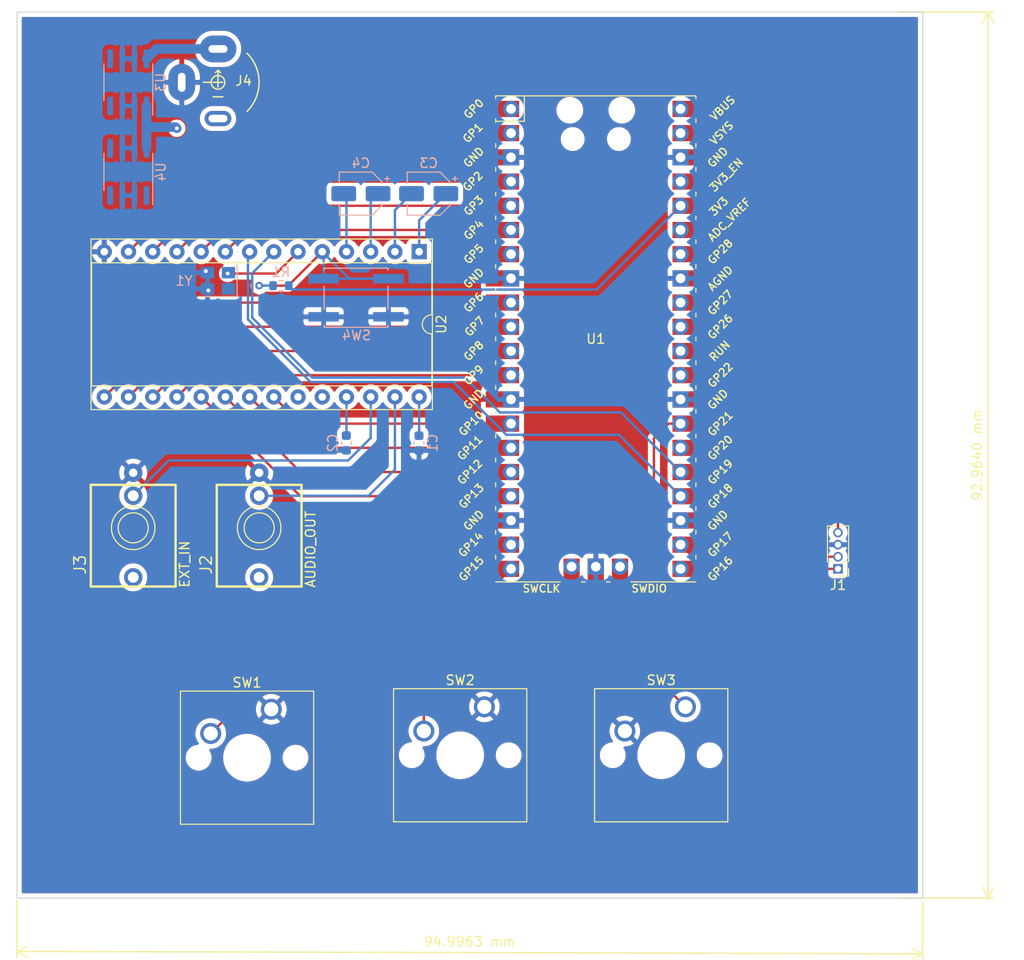
<source format=kicad_pcb>
(kicad_pcb (version 20211014) (generator pcbnew)
  (layers (0 "F.Cu" signal) (1 "In1.Cu" signal) (2 "In2.Cu" signal) (31 "B.Cu" signal) (34 "B.Paste" user) (35 "F.Paste" user) (36 "B.SilkS" user "B.Silkscreen") (37 "F.SilkS" user "F.Silkscreen") (38 "B.Mask" user) (39 "F.Mask" user) (44 "Edge.Cuts" user))
  (net 0 "")
  (net 1 "GND")
  (net 2 "VDD")
  (net 3 "VCC")
  (net 4 "Net-(C3-Pad1)")
  (net 5 "Net-(C3-Pad2)")
  (net 6 "Net-(C4-Pad1)")
  (net 7 "Net-(C4-Pad2)")
  (net 8 "+3V3")
  (net 10 "Net-(U2-Pad27)")
  (net 12 "Net-(U2-Pad26)")
  (net 13 "+12V")
  (net 15 "Net-(SW1-Pad2)")
  (net 16 "Net-(SW2-Pad2)")
  (net 17 "Net-(SW3-Pad1)")
  (net 19 "Net-(U1-Pad24)")
  (net 20 "Net-(U1-Pad25)")
  (net 32 "SID_CLK")
  (net 39 "/A0")
  (net 40 "/A1")
  (net 41 "/A2")
  (net 42 "/A3")
  (net 43 "/A4")
  (net 44 "/D0")
  (net 45 "/D1")
  (net 46 "/D2")
  (net 47 "/D3")
  (net 48 "/D4")
  (net 49 "/D5")
  (net 50 "/D6")
  (net 51 "/D7")
  (net 52 "RST")
  (net 53 "Net-(U1-Pad21)")
  (net 54 "Net-(U1-Pad22)")
  (footprint "Button_Switch_Keyboard:SW_Cherry_MX_1.00u_PCB" (layer "F.Cu") (at 40.894 86.868)
    (fp_text reference "SW1" (at -2.54 -2.794) (layer "F.SilkS"))
    (fp_text value "BTN_0")
    (fp_line (start 4.445 -1.905) (end 4.445 12.065) (layer "F.SilkS") (width 0.12))
    (fp_line (start -9.525 -1.905) (end 4.445 -1.905) (layer "F.SilkS") (width 0.12))
    (fp_line (start 4.445 12.065) (end -9.525 12.065) (layer "F.SilkS") (width 0.12))
    (fp_line (start -9.525 12.065) (end -9.525 -1.905) (layer "F.SilkS") (width 0.12))
    (pad "" np_thru_hole circle (at 2.54 5.08) (size 1.7 1.7) (drill 1.7) (layers *.Cu *.Mask))
    (pad "" np_thru_hole circle (at -2.54 5.08) (size 4 4) (drill 4) (layers *.Cu *.Mask))
    (pad "" np_thru_hole circle (at -7.62 5.08) (size 1.7 1.7) (drill 1.7) (layers *.Cu *.Mask))
    (pad "1" thru_hole circle (at 0 0) (size 2.2 2.2) (drill 1.5) (layers *.Cu *.Mask) (net 1 "GND"))
    (pad "2" thru_hole circle (at -6.35 2.54) (size 2.2 2.2) (drill 1.5) (layers *.Cu *.Mask) (net 15 "Net-(SW1-Pad2)"))
  )
  (footprint "Button_Switch_Keyboard:SW_Cherry_MX_1.00u_PCB" (layer "F.Cu") (at 84.328 86.614)
    (fp_text reference "SW3" (at -2.54 -2.794) (layer "F.SilkS"))
    (fp_text value "BTN_ENTER")
    (fp_line (start 4.445 12.065) (end -9.525 12.065) (layer "F.SilkS") (width 0.12))
    (fp_line (start -9.525 12.065) (end -9.525 -1.905) (layer "F.SilkS") (width 0.12))
    (fp_line (start -9.525 -1.905) (end 4.445 -1.905) (layer "F.SilkS") (width 0.12))
    (fp_line (start 4.445 -1.905) (end 4.445 12.065) (layer "F.SilkS") (width 0.12))
    (pad "" np_thru_hole circle (at 2.54 5.08) (size 1.7 1.7) (drill 1.7) (layers *.Cu *.Mask))
    (pad "" np_thru_hole circle (at -2.54 5.08) (size 4 4) (drill 4) (layers *.Cu *.Mask))
    (pad "" np_thru_hole circle (at -7.62 5.08) (size 1.7 1.7) (drill 1.7) (layers *.Cu *.Mask))
    (pad "1" thru_hole circle (at 0 0) (size 2.2 2.2) (drill 1.5) (layers *.Cu *.Mask) (net 17 "Net-(SW3-Pad1)"))
    (pad "2" thru_hole circle (at -6.35 2.54) (size 2.2 2.2) (drill 1.5) (layers *.Cu *.Mask) (net 1 "GND"))
  )
  (footprint "4ms_Jack:EighthInch_PJ398SM" (layer "F.Cu") (at 39.624 67.818 90)
    (fp_text reference "J2" (at -5.0172 -4.866 90) (layer "F.SilkS") (effects (font (size 1.2065 1.2065) (thickness 0.1524)) (justify left bottom)))
    (fp_text value "AUDIO_OUT" (at -6.375 5.975 90) (layer "F.SilkS") (effects (justify left bottom)))
    (fp_line (start 4.4958 4.445) (end 4.4958 -4.445) (layer "F.SilkS") (width 0.254))
    (fp_line (start -6.1722 4.445) (end 4.4958 4.445) (layer "F.SilkS") (width 0.254))
    (fp_line (start 4.4958 -4.445) (end -6.1722 -4.445) (layer "F.SilkS") (width 0.254))
    (fp_line (start -6.1722 -4.445) (end -6.1722 4.445) (layer "F.SilkS") (width 0.254))
    (fp_circle (center -0.0127 0) (end 2.2733 0) (layer "F.SilkS") (width 0.127) (fill none))
    (fp_circle (center -0.0127 0) (end 1.5621 0) (layer "F.SilkS") (width 0.127) (fill none))
    (pad "1" thru_hole circle locked (at -5.207 0 90) (size 1.9304 1.9304) (drill 1.143) (layers *.Cu *.Mask))
    (pad "2" thru_hole circle locked (at 5.7658 0 90) (size 1.9304 1.9304) (drill 0.889) (layers *.Cu *.Mask) (net 1 "GND"))
    (pad "3" thru_hole circle locked (at 3.3528 0 90) (size 1.9304 1.9304) (drill 1.143) (layers *.Cu *.Mask) (net 10 "Net-(U2-Pad27)"))
  )
  (footprint "4ms_Jack:EighthInch_PJ398SM" (layer "F.Cu") (at 26.416 67.818 90)
    (fp_text reference "J3" (at -5.0172 -4.866 90) (layer "F.SilkS") (effects (font (size 1.2065 1.2065) (thickness 0.1524)) (justify left bottom)))
    (fp_text value "EXT_IN" (at -6.375 5.975 90) (layer "F.SilkS") (effects (justify left bottom)))
    (fp_line (start -6.1722 -4.445) (end -6.1722 4.445) (layer "F.SilkS") (width 0.254))
    (fp_line (start 4.4958 -4.445) (end -6.1722 -4.445) (layer "F.SilkS") (width 0.254))
    (fp_line (start -6.1722 4.445) (end 4.4958 4.445) (layer "F.SilkS") (width 0.254))
    (fp_line (start 4.4958 4.445) (end 4.4958 -4.445) (layer "F.SilkS") (width 0.254))
    (fp_circle (center -0.0127 0) (end 2.2733 0) (layer "F.SilkS") (width 0.127) (fill none))
    (fp_circle (center -0.0127 0) (end 1.5621 0) (layer "F.SilkS") (width 0.127) (fill none))
    (pad "1" thru_hole circle locked (at -5.207 0 90) (size 1.9304 1.9304) (drill 1.143) (layers *.Cu *.Mask))
    (pad "2" thru_hole circle locked (at 5.7658 0 90) (size 1.9304 1.9304) (drill 0.889) (layers *.Cu *.Mask) (net 1 "GND"))
    (pad "3" thru_hole circle locked (at 3.3528 0 90) (size 1.9304 1.9304) (drill 1.143) (layers *.Cu *.Mask) (net 12 "Net-(U2-Pad26)"))
  )
  (footprint "Button_Switch_Keyboard:SW_Cherry_MX_1.00u_PCB" (layer "F.Cu") (at 63.246 86.614)
    (fp_text reference "SW2" (at -2.54 -2.794) (layer "F.SilkS"))
    (fp_text value "BTN_1")
    (fp_line (start 4.445 -1.905) (end 4.445 12.065) (layer "F.SilkS") (width 0.12))
    (fp_line (start -9.525 -1.905) (end 4.445 -1.905) (layer "F.SilkS") (width 0.12))
    (fp_line (start 4.445 12.065) (end -9.525 12.065) (layer "F.SilkS") (width 0.12))
    (fp_line (start -9.525 12.065) (end -9.525 -1.905) (layer "F.SilkS") (width 0.12))
    (pad "" np_thru_hole circle (at -2.54 5.08) (size 4 4) (drill 4) (layers *.Cu *.Mask))
    (pad "" np_thru_hole circle (at -7.62 5.08) (size 1.7 1.7) (drill 1.7) (layers *.Cu *.Mask))
    (pad "" np_thru_hole circle (at 2.54 5.08) (size 1.7 1.7) (drill 1.7) (layers *.Cu *.Mask))
    (pad "1" thru_hole circle (at 0 0) (size 2.2 2.2) (drill 1.5) (layers *.Cu *.Mask) (net 1 "GND"))
    (pad "2" thru_hole circle (at -6.35 2.54) (size 2.2 2.2) (drill 1.5) (layers *.Cu *.Mask) (net 16 "Net-(SW2-Pad2)"))
  )
  (footprint "Package_DIP:DIP-28_W15.24mm_Socket" (layer "F.Cu") (at 56.403 38.857 -90)
    (fp_text reference "U2" (at 7.62 -2.33 90) (layer "F.SilkS"))
    (fp_text value "MOS6581/6582/8580SID")
    (fp_line (start 1.16 34.35) (end 14.08 34.35) (layer "F.SilkS") (width 0.12))
    (fp_line (start 16.57 -1.39) (end -1.33 -1.39) (layer "F.SilkS") (width 0.12))
    (fp_line (start 6.62 -1.33) (end 1.16 -1.33) (layer "F.SilkS") (width 0.12))
    (fp_line (start 16.57 34.41) (end 16.57 -1.39) (layer "F.SilkS") (width 0.12))
    (fp_line (start 1.16 -1.33) (end 1.16 34.35) (layer "F.SilkS") (width 0.12))
    (fp_line (start -1.33 34.41) (end 16.57 34.41) (layer "F.SilkS") (width 0.12))
    (fp_line (start -1.33 -1.39) (end -1.33 34.41) (layer "F.SilkS") (width 0.12))
    (fp_line (start 14.08 -1.33) (end 8.62 -1.33) (layer "F.SilkS") (width 0.12))
    (fp_line (start 14.08 34.35) (end 14.08 -1.33) (layer "F.SilkS") (width 0.12))
    (fp_arc (start 8.62 -1.33) (mid 7.62 -0.33) (end 6.62 -1.33) (layer "F.SilkS") (width 0.12))
    (pad "1" thru_hole rect (at 0 0 270) (size 1.6 1.6) (drill 0.8) (layers *.Cu *.Mask) (net 4 "Net-(C3-Pad1)"))
    (pad "2" thru_hole oval (at 0 2.54 270) (size 1.6 1.6) (drill 0.8) (layers *.Cu *.Mask) (net 5 "Net-(C3-Pad2)"))
    (pad "3" thru_hole oval (at 0 5.08 270) (size 1.6 1.6) (drill 0.8) (layers *.Cu *.Mask) (net 6 "Net-(C4-Pad1)"))
    (pad "4" thru_hole oval (at 0 7.62 270) (size 1.6 1.6) (drill 0.8) (layers *.Cu *.Mask) (net 7 "Net-(C4-Pad2)"))
    (pad "5" thru_hole oval (at 0 10.16 270) (size 1.6 1.6) (drill 0.8) (layers *.Cu *.Mask) (net 52 "RST"))
    (pad "6" thru_hole oval (at 0 12.7 270) (size 1.6 1.6) (drill 0.8) (layers *.Cu *.Mask) (net 32 "SID_CLK"))
    (pad "7" thru_hole oval (at 0 15.24 270) (size 1.6 1.6) (drill 0.8) (layers *.Cu *.Mask) (net 20 "Net-(U1-Pad25)"))
    (pad "8" thru_hole oval (at 0 17.78 270) (size 1.6 1.6) (drill 0.8) (layers *.Cu *.Mask) (net 19 "Net-(U1-Pad24)"))
    (pad "9" thru_hole oval (at 0 20.32 270) (size 1.6 1.6) (drill 0.8) (layers *.Cu *.Mask) (net 39 "/A0"))
    (pad "10" thru_hole oval (at 0 22.86 270) (size 1.6 1.6) (drill 0.8) (layers *.Cu *.Mask) (net 40 "/A1"))
    (pad "11" thru_hole oval (at 0 25.4 270) (size 1.6 1.6) (drill 0.8) (layers *.Cu *.Mask) (net 41 "/A2"))
    (pad "12" thru_hole oval (at 0 27.94 270) (size 1.6 1.6) (drill 0.8) (layers *.Cu *.Mask) (net 42 "/A3"))
    (pad "13" thru_hole oval (at 0 30.48 270) (size 1.6 1.6) (drill 0.8) (layers *.Cu *.Mask) (net 43 "/A4"))
    (pad "14" thru_hole oval (at 0 33.02 270) (size 1.6 1.6) (drill 0.8) (layers *.Cu *.Mask) (net 1 "GND"))
    (pad "15" thru_hole oval (at 15.24 33.02 270) (size 1.6 1.6) (drill 0.8) (layers *.Cu *.Mask) (net 44 "/D0"))
    (pad "16" thru_hole oval (at 15.24 30.48 270) (size 1.6 1.6) (drill 0.8) (layers *.Cu *.Mask) (net 45 "/D1"))
    (pad "17" thru_hole oval (at 15.24 27.94 270) (size 1.6 1.6) (drill 0.8) (layers *.Cu *.Mask) (net 46 "/D2"))
    (pad "18" thru_hole oval (at 15.24 25.4 270) (size 1.6 1.6) (drill 0.8) (layers *.Cu *.Mask) (net 47 "/D3"))
    (pad "19" thru_hole oval (at 15.24 22.86 270) (size 1.6 1.6) (drill 0.8) (layers *.Cu *.Mask) (net 48 "/D4"))
    (pad "20" thru_hole oval (at 15.24 20.32 270) (size 1.6 1.6) (drill 0.8) (layers *.Cu *.Mask) (net 49 "/D5"))
    (pad "21" thru_hole oval (at 15.24 17.78 270) (size 1.6 1.6) (drill 0.8) (layers *.Cu *.Mask) (net 50 "/D6"))
    (pad "22" thru_hole oval (at 15.24 15.24 270) (size 1.6 1.6) (drill 0.8) (layers *.Cu *.Mask) (net 51 "/D7"))
    (pad "23" thru_hole oval (at 15.24 12.7 270) (size 1.6 1.6) (drill 0.8) (layers *.Cu *.Mask))
    (pad "24" thru_hole oval (at 15.24 10.16 270) (size 1.6 1.6) (drill 0.8) (layers *.Cu *.Mask))
    (pad "25" thru_hole oval (at 15.24 7.62 270) (size 1.6 1.6) (drill 0.8) (layers *.Cu *.Mask) (net 3 "VCC"))
    (pad "26" thru_hole oval (at 15.24 5.08 270) (size 1.6 1.6) (drill 0.8) (layers *.Cu *.Mask) (net 12 "Net-(U2-Pad26)"))
    (pad "27" thru_hole oval (at 15.24 2.54 270) (size 1.6 1.6) (drill 0.8) (layers *.Cu *.Mask) (net 10 "Net-(U2-Pad27)"))
    (pad "28" thru_hole oval (at 15.24 0 270) (size 1.6 1.6) (drill 0.8) (layers *.Cu *.Mask) (net 2 "VDD"))
  )
  (footprint "Connector_PinHeader_1.27mm:PinHeader_1x04_P1.27mm_Vertical" (layer "F.Cu") (at 100.33 72.136 180)
    (fp_text reference "J1" (at 0 -1.695 180) (layer "F.SilkS"))
    (fp_text value "Conn_01x04_Male")
    (fp_line (start -1.11 0.76) (end -1.11 4.505) (layer "F.SilkS") (width 0.12))
    (fp_line (start -1.11 -0.76) (end 0 -0.76) (layer "F.SilkS") (width 0.12))
    (fp_line (start -1.11 0) (end -1.11 -0.76) (layer "F.SilkS") (width 0.12))
    (fp_line (start 0.563471 0.76) (end 1.11 0.76) (layer "F.SilkS") (width 0.12))
    (fp_line (start 0.30753 4.505) (end 1.11 4.505) (layer "F.SilkS") (width 0.12))
    (fp_line (start 1.11 0.76) (end 1.11 4.505) (layer "F.SilkS") (width 0.12))
    (fp_line (start -1.11 0.76) (end -0.563471 0.76) (layer "F.SilkS") (width 0.12))
    (fp_line (start -1.11 4.505) (end -0.30753 4.505) (layer "F.SilkS") (width 0.12))
    (pad "1" thru_hole rect (at 0 0 180) (size 1 1) (drill 0.65) (layers *.Cu *.Mask) (net 53 "Net-(U1-Pad21)"))
    (pad "2" thru_hole oval (at 0 1.27 180) (size 1 1) (drill 0.65) (layers *.Cu *.Mask) (net 54 "Net-(U1-Pad22)"))
    (pad "3" thru_hole oval (at 0 2.54 180) (size 1 1) (drill 0.65) (layers *.Cu *.Mask) (net 1 "GND"))
    (pad "4" thru_hole oval (at 0 3.81 180) (size 1 1) (drill 0.65) (layers *.Cu *.Mask) (net 8 "+3V3"))
  )
  (footprint "MCU_RaspberryPi_and_Boards:RPi_Pico_SMD_TH" (layer "F.Cu") (at 74.93 48.006)
    (fp_text reference "U1" (at 0 0) (layer "F.SilkS"))
    (fp_text value "Pico")
    (fp_text user "GP9" (at -12.8 3.81 45) (layer "F.SilkS") (effects (font (size 0.8 0.8))))
    (fp_text user "GP18" (at 13.054 16.51 45) (layer "F.SilkS") (effects (font (size 0.8 0.8))))
    (fp_text user "GP28" (at 13.054 -9.144 45) (layer "F.SilkS") (effects (font (size 0.8 0.8))))
    (fp_text user "GP27" (at 13.054 -3.8 45) (layer "F.SilkS") (effects (font (size 0.8 0.8))))
    (fp_text user "GP11" (at -13.2 11.43 45) (layer "F.SilkS") (effects (font (size 0.8 0.8))))
    (fp_text user "RUN" (at 13 1.27 45) (layer "F.SilkS") (effects (font (size 0.8 0.8))))
    (fp_text user "ADC_VREF" (at 14 -12.5 45) (layer "F.SilkS") (effects (font (size 0.8 0.8))))
    (fp_text user "GND" (at -12.8 -19.05 45) (layer "F.SilkS") (effects (font (size 0.8 0.8))))
    (fp_text user "GP5" (at -12.8 -8.89 45) (layer "F.SilkS") (effects (font (size 0.8 0.8))))
    (fp_text user "3V3" (at 12.9 -13.9 45) (layer "F.SilkS") (effects (font (size 0.8 0.8))))
    (fp_text user "GP16" (at 13.054 24.13 45) (layer "F.SilkS") (effects (font (size 0.8 0.8))))
    (fp_text user "AGND" (at 13.054 -6.35 45) (layer "F.SilkS") (effects (font (size 0.8 0.8))))
    (fp_text user "GP10" (at -13.054 8.89 45) (layer "F.SilkS") (effects (font (size 0.8 0.8))))
    (fp_text user "GND" (at -12.8 6.35 45) (layer "F.SilkS") (effects (font (size 0.8 0.8))))
    (fp_text user "GP14" (at -13.1 21.59 45) (layer "F.SilkS") (effects (font (size 0.8 0.8))))
    (fp_text user "GP19" (at 13.054 13.97 45) (layer "F.SilkS") (effects (font (size 0.8 0.8))))
    (fp_text user "GP6" (at -12.8 -3.81 45) (layer "F.SilkS") (effects (font (size 0.8 0.8))))
    (fp_text user "GND" (at 12.8 -19.05 45) (layer "F.SilkS") (effects (font (size 0.8 0.8))))
    (fp_text user "GND" (at 12.8 6.35 45) (layer "F.SilkS") (effects (font (size 0.8 0.8))))
    (fp_text user "GP26" (at 13.054 -1.27 45) (layer "F.SilkS") (effects (font (size 0.8 0.8))))
    (fp_text user "GP15" (at -13.054 24.13 45) (layer "F.SilkS") (effects (font (size 0.8 0.8))))
    (fp_text user "GP1" (at -12.9 -21.6 45) (layer "F.SilkS") (effects (font (size 0.8 0.8))))
    (fp_text user "GP12" (at -13.2 13.97 45) (layer "F.SilkS") (effects (font (size 0.8 0.8))))
    (fp_text user "GP21" (at 13.054 8.9 45) (layer "F.SilkS") (effects (font (size 0.8 0.8))))
    (fp_text user "GP13" (at -13.054 16.51 45) (layer "F.SilkS") (effects (font (size 0.8 0.8))))
    (fp_text user "SWCLK" (at -5.7 26.2) (layer "F.SilkS") (effects (font (size 0.8 0.8))))
    (fp_text user "GND" (at -12.8 19.05 45) (layer "F.SilkS") (effects (font (size 0.8 0.8))))
    (fp_text user "GND" (at 12.8 19.05 45) (layer "F.SilkS") (effects (font (size 0.8 0.8))))
    (fp_text user "GP8" (at -12.8 1.27 45) (layer "F.SilkS") (effects (font (size 0.8 0.8))))
    (fp_text user "GP0" (at -12.8 -24.13 45) (layer "F.SilkS") (effects (font (size 0.8 0.8))))
    (fp_text user "GP3" (at -12.8 -13.97 45) (layer "F.SilkS") (effects (font (size 0.8 0.8))))
    (fp_text user "VBUS" (at 13.3 -24.2 45) (layer "F.SilkS") (effects (font (size 0.8 0.8))))
    (fp_text user "GP7" (at -12.7 -1.3 45) (layer "F.SilkS") (effects (font (size 0.8 0.8))))
    (fp_text user "VSYS" (at 13.2 -21.59 45) (layer "F.SilkS") (effects (font (size 0.8 0.8))))
    (fp_text user "SWDIO" (at 5.6 26.2) (layer "F.SilkS") (effects (font (size 0.8 0.8))))
    (fp_text user "GP17" (at 13.054 21.59 45) (layer "F.SilkS") (effects (font (size 0.8 0.8))))
    (fp_text user "GND" (at -12.8 -6.35 45) (layer "F.SilkS") (effects (font (size 0.8 0.8))))
    (fp_text user "GP22" (at 13.054 3.81 45) (layer "F.SilkS") (effects (font (size 0.8 0.8))))
    (fp_text user "GP2" (at -12.9 -16.51 45) (layer "F.SilkS") (effects (font (size 0.8 0.8))))
    (fp_text user "GP20" (at 13.054 11.43 45) (layer "F.SilkS") (effects (font (size 0.8 0.8))))
    (fp_text user "3V3_EN" (at 13.7 -17.2 45) (layer "F.SilkS") (effects (font (size 0.8 0.8))))
    (fp_text user "GP4" (at -12.8 -11.43 45) (layer "F.SilkS") (effects (font (size 0.8 0.8))))
    (fp_line (start -10.5 -12.9) (end -10.5 -12.5) (layer "F.SilkS") (width 0.12))
    (fp_line (start 10.5 4.9) (end 10.5 5.3) (layer "F.SilkS") (width 0.12))
    (fp_line (start -1.5 25.5) (end -1.1 25.5) (layer "F.SilkS") (width 0.12))
    (fp_line (start -10.5 -22.833) (end -7.493 -22.833) (layer "F.SilkS") (width 0.12))
    (fp_line (start 10.5 17.6) (end 10.5 18) (layer "F.SilkS") (width 0.12))
    (fp_line (start 10.5 -2.7) (end 10.5 -2.3) (layer "F.SilkS") (width 0.12))
    (fp_line (start 10.5 -20.5) (end 10.5 -20.1) (layer "F.SilkS") (width 0.12))
    (fp_line (start -10.5 22.7) (end -10.5 23.1) (layer "F.SilkS") (width 0.12))
    (fp_line (start -10.5 -20.5) (end -10.5 -20.1) (layer "F.SilkS") (width 0.12))
    (fp_line (start -10.5 2.3) (end -10.5 2.7) (layer "F.SilkS") (width 0.12))
    (fp_line (start -10.5 7.4) (end -10.5 7.8) (layer "F.SilkS") (width 0.12))
    (fp_line (start -10.5 17.6) (end -10.5 18) (layer "F.SilkS") (width 0.12))
    (fp_line (start 10.5 7.4) (end 10.5 7.8) (layer "F.SilkS") (width 0.12))
    (fp_line (start 1.1 25.5) (end 1.5 25.5) (layer "F.SilkS") (width 0.12))
    (fp_line (start -10.5 -0.2) (end -10.5 0.2) (layer "F.SilkS") (width 0.12))
    (fp_line (start 10.5 -12.9) (end 10.5 -12.5) (layer "F.SilkS") (width 0.12))
    (fp_line (start 10.5 -0.2) (end 10.5 0.2) (layer "F.SilkS") (width 0.12))
    (fp_line (start 10.5 -23.1) (end 10.5 -22.7) (layer "F.SilkS") (width 0.12))
    (fp_line (start -10.5 -23.1) (end -10.5 -22.7) (layer "F.SilkS") (width 0.12))
    (fp_line (start -10.5 -5.3) (end -10.5 -4.9) (layer "F.SilkS") (width 0.12))
    (fp_line (start 10.5 25.5) (end 3.7 25.5) (layer "F.SilkS") (width 0.12))
    (fp_line (start 10.5 -15.4) (end 10.5 -15) (layer "F.SilkS") (width 0.12))
    (fp_line (start 10.5 -25.5) (end 10.5 -25.2) (layer "F.SilkS") (width 0.12))
    (fp_line (start -10.5 -10.4) (end -10.5 -10) (layer "F.SilkS") (width 0.12))
    (fp_line (start 10.5 12.5) (end 10.5 12.9) (layer "F.SilkS") (width 0.12))
    (fp_line (start 10.5 -7.8) (end 10.5 -7.4) (layer "F.SilkS") (width 0.12))
    (fp_line (start -10.5 -2.7) (end -10.5 -2.3) (layer "F.SilkS") (width 0.12))
    (fp_line (start 10.5 -18) (end 10.5 -17.6) (layer "F.SilkS") (width 0.12))
    (fp_line (start 10.5 2.3) (end 10.5 2.7) (layer "F.SilkS") (width 0.12))
    (fp_line (start -10.5 -25.5) (end 10.5 -25.5) (layer "F.SilkS") (width 0.12))
    (fp_line (start -10.5 -25.5) (end -10.5 -25.2) (layer "F.SilkS") (width 0.12))
    (fp_line (start -10.5 12.5) (end -10.5 12.9) (layer "F.SilkS") (width 0.12))
    (fp_line (start -10.5 15.1) (end -10.5 15.5) (layer "F.SilkS") (width 0.12))
    (fp_line (start 10.5 -5.3) (end 10.5 -4.9) (layer "F.SilkS") (width 0.12))
    (fp_line (start -10.5 4.9) (end -10.5 5.3) (layer "F.SilkS") (width 0.12))
    (fp_line (start 10.5 10) (end 10.5 10.4) (layer "F.SilkS") (width 0.12))
    (fp_line (start -10.5 -7.8) (end -10.5 -7.4) (layer "F.SilkS") (width 0.12))
    (fp_line (start 10.5 20.1) (end 10.5 20.5) (layer "F.SilkS") (width 0.12))
    (fp_line (start 10.5 -10.4) (end 10.5 -10) (layer "F.SilkS") (width 0.12))
    (fp_line (start -7.493 -22.833) (end -7.493 -25.5) (layer "F.SilkS") (width 0.12))
    (fp_line (start 10.5 22.7) (end 10.5 23.1) (layer "F.SilkS") (width 0.12))
    (fp_line (start -10.5 10) (end -10.5 10.4) (layer "F.SilkS") (width 0.12))
    (fp_line (start -10.5 20.1) (end -10.5 20.5) (layer "F.SilkS") (width 0.12))
    (fp_line (start -10.5 -18) (end -10.5 -17.6) (layer "F.SilkS") (width 0.12))
    (fp_line (start -3.7 25.5) (end -10.5 25.5) (layer "F.SilkS") (width 0.12))
    (fp_line (start -10.5 -15.4) (end -10.5 -15) (layer "F.SilkS") (width 0.12))
    (fp_line (start 10.5 15.1) (end 10.5 15.5) (layer "F.SilkS") (width 0.12))
    (pad "" np_thru_hole oval (at 2.725 -24) (size 1.8 1.8) (drill 1.8) (layers *.Cu *.Mask))
    (pad "" np_thru_hole oval (at 2.425 -20.97) (size 1.5 1.5) (drill 1.5) (layers *.Cu *.Mask))
    (pad "" np_thru_hole oval (at -2.425 -20.97) (size 1.5 1.5) (drill 1.5) (layers *.Cu *.Mask))
    (pad "" np_thru_hole oval (at -2.725 -24) (size 1.8 1.8) (drill 1.8) (layers *.Cu *.Mask))
    (pad "1" smd rect (at -8.89 -24.13) (size 3.5 1.7) (drill (offset -0.9 0)) (layers "F.Cu" "F.Mask") (net 43 "/A4"))
    (pad "1" thru_hole oval (at -8.89 -24.13) (size 1.7 1.7) (drill 1.02) (layers *.Cu *.Mask) (net 43 "/A4"))
    (pad "2" thru_hole oval (at -8.89 -21.59) (size 1.7 1.7) (drill 1.02) (layers *.Cu *.Mask) (net 42 "/A3"))
    (pad "2" smd rect (at -8.89 -21.59) (size 3.5 1.7) (drill (offset -0.9 0)) (layers "F.Cu" "F.Mask") (net 42 "/A3"))
    (pad "3" smd rect (at -8.89 -19.05) (size 3.5 1.7) (drill (offset -0.9 0)) (layers "F.Cu" "F.Mask") (net 1 "GND"))
    (pad "3" thru_hole rect (at -8.89 -19.05) (size 1.7 1.7) (drill 1.02) (layers *.Cu *.Mask) (net 1 "GND"))
    (pad "4" thru_hole oval (at -8.89 -16.51) (size 1.7 1.7) (drill 1.02) (layers *.Cu *.Mask) (net 41 "/A2"))
    (pad "4" smd rect (at -8.89 -16.51) (size 3.5 1.7) (drill (offset -0.9 0)) (layers "F.Cu" "F.Mask") (net 41 "/A2"))
    (pad "5" thru_hole oval (at -8.89 -13.97) (size 1.7 1.7) (drill 1.02) (layers *.Cu *.Mask) (net 40 "/A1"))
    (pad "5" smd rect (at -8.89 -13.97) (size 3.5 1.7) (drill (offset -0.9 0)) (layers "F.Cu" "F.Mask") (net 40 "/A1"))
    (pad "6" thru_hole oval (at -8.89 -11.43) (size 1.7 1.7) (drill 1.02) (layers *.Cu *.Mask) (net 39 "/A0"))
    (pad "6" smd rect (at -8.89 -11.43) (size 3.5 1.7) (drill (offset -0.9 0)) (layers "F.Cu" "F.Mask") (net 39 "/A0"))
    (pad "7" smd rect (at -8.89 -8.89) (size 3.5 1.7) (drill (offset -0.9 0)) (layers "F.Cu" "F.Mask"))
    (pad "7" thru_hole oval (at -8.89 -8.89) (size 1.7 1.7) (drill 1.02) (layers *.Cu *.Mask))
    (pad "8" smd rect (at -8.89 -6.35) (size 3.5 1.7) (drill (offset -0.9 0)) (layers "F.Cu" "F.Mask") (net 1 "GND"))
    (pad "8" thru_hole rect (at -8.89 -6.35) (size 1.7 1.7) (drill 1.02) (layers *.Cu *.Mask) (net 1 "GND"))
    (pad "9" smd rect (at -8.89 -3.81) (size 3.5 1.7) (drill (offset -0.9 0)) (layers "F.Cu" "F.Mask") (net 44 "/D0"))
    (pad "9" thru_hole oval (at -8.89 -3.81) (size 1.7 1.7) (drill 1.02) (layers *.Cu *.Mask) (net 44 "/D0"))
    (pad "10" thru_hole oval (at -8.89 -1.27) (size 1.7 1.7) (drill 1.02) (layers *.Cu *.Mask) (net 45 "/D1"))
    (pad "10" smd rect (at -8.89 -1.27) (size 3.5 1.7) (drill (offset -0.9 0)) (layers "F.Cu" "F.Mask") (net 45 "/D1"))
    (pad "11" smd rect (at -8.89 1.27) (size 3.5 1.7) (drill (offset -0.9 0)) (layers "F.Cu" "F.Mask") (net 46 "/D2"))
    (pad "11" thru_hole oval (at -8.89 1.27) (size 1.7 1.7) (drill 1.02) (layers *.Cu *.Mask) (net 46 "/D2"))
    (pad "12" thru_hole oval (at -8.89 3.81) (size 1.7 1.7) (drill 1.02) (layers *.Cu *.Mask) (net 47 "/D3"))
    (pad "12" smd rect (at -8.89 3.81) (size 3.5 1.7) (drill (offset -0.9 0)) (layers "F.Cu" "F.Mask") (net 47 "/D3"))
    (pad "13" thru_hole rect (at -8.89 6.35) (size 1.7 1.7) (drill 1.02) (layers *.Cu *.Mask) (net 1 "GND"))
    (pad "13" smd rect (at -8.89 6.35) (size 3.5 1.7) (drill (offset -0.9 0)) (layers "F.Cu" "F.Mask") (net 1 "GND"))
    (pad "14" thru_hole oval (at -8.89 8.89) (size 1.7 1.7) (drill 1.02) (layers *.Cu *.Mask) (net 51 "/D7"))
    (pad "14" smd rect (at -8.89 8.89) (size 3.5 1.7) (drill (offset -0.9 0)) (layers "F.Cu" "F.Mask") (net 51 "/D7"))
    (pad "15" smd rect (at -8.89 11.43) (size 3.5 1.7) (drill (offset -0.9 0)) (layers "F.Cu" "F.Mask") (net 50 "/D6"))
    (pad "15" thru_hole oval (at -8.89 11.43) (size 1.7 1.7) (drill 1.02) (layers *.Cu *.Mask) (net 50 "/D6"))
    (pad "16" thru_hole oval (at -8.89 13.97) (size 1.7 1.7) (drill 1.02) (layers *.Cu *.Mask) (net 49 "/D5"))
    (pad "16" smd rect (at -8.89 13.97) (size 3.5 1.7) (drill (offset -0.9 0)) (layers "F.Cu" "F.Mask") (net 49 "/D5"))
    (pad "17" thru_hole oval (at -8.89 16.51) (size 1.7 1.7) (drill 1.02) (layers *.Cu *.Mask) (net 48 "/D4"))
    (pad "17" smd rect (at -8.89 16.51) (size 3.5 1.7) (drill (offset -0.9 0)) (layers "F.Cu" "F.Mask") (net 48 "/D4"))
    (pad "18" thru_hole rect (at -8.89 19.05) (size 1.7 1.7) (drill 1.02) (layers *.Cu *.Mask) (net 1 "GND"))
    (pad "18" smd rect (at -8.89 19.05) (size 3.5 1.7) (drill (offset -0.9 0)) (layers "F.Cu" "F.Mask") (net 1 "GND"))
    (pad "19" smd rect (at -8.89 21.59) (size 3.5 1.7) (drill (offset -0.9 0)) (layers "F.Cu" "F.Mask") (net 15 "Net-(SW1-Pad2)"))
    (pad "19" thru_hole oval (at -8.89 21.59) (size 1.7 1.7) (drill 1.02) (layers *.Cu *.Mask) (net 15 "Net-(SW1-Pad2)"))
    (pad "20" thru_hole oval (at -8.89 24.13) (size 1.7 1.7) (drill 1.02) (layers *.Cu *.Mask) (net 16 "Net-(SW2-Pad2)"))
    (pad "20" smd rect (at -8.89 24.13) (size 3.5 1.7) (drill (offset -0.9 0)) (layers "F.Cu" "F.Mask") (net 16 "Net-(SW2-Pad2)"))
    (pad "21" smd rect (at 8.89 24.13) (size 3.5 1.7) (drill (offset 0.9 0)) (layers "F.Cu" "F.Mask") (net 53 "Net-(U1-Pad21)"))
    (pad "21" thru_hole oval (at 8.89 24.13) (size 1.7 1.7) (drill 1.02) (layers *.Cu *.Mask) (net 53 "Net-(U1-Pad21)"))
    (pad "22" smd rect (at 8.89 21.59) (size 3.5 1.7) (drill (offset 0.9 0)) (layers "F.Cu" "F.Mask") (net 54 "Net-(U1-Pad22)"))
    (pad "22" thru_hole oval (at 8.89 21.59) (size 1.7 1.7) (drill 1.02) (layers *.Cu *.Mask) (net 54 "Net-(U1-Pad22)"))
    (pad "23" smd rect (at 8.89 19.05) (size 3.5 1.7) (drill (offset 0.9 0)) (layers "F.Cu" "F.Mask") (net 1 "GND"))
    (pad "23" thru_hole rect (at 8.89 19.05) (size 1.7 1.7) (drill 1.02) (layers *.Cu *.Mask) (net 1 "GND"))
    (pad "24" thru_hole oval (at 8.89 16.51) (size 1.7 1.7) (drill 1.02) (layers *.Cu *.Mask) (net 19 "Net-(U1-Pad24)"))
    (pad "24" smd rect (at 8.89 16.51) (size 3.5 1.7) (drill (offset 0.9 0)) (layers "F.Cu" "F.Mask") (net 19 "Net-(U1-Pad24)"))
    (pad "25" thru_hole oval (at 8.89 13.97) (size 1.7 1.7) (drill 1.02) (layers *.Cu *.Mask) (net 20 "Net-(U1-Pad25)"))
    (pad "25" smd rect (at 8.89 13.97) (size 3.5 1.7) (drill (offset 0.9 0)) (layers "F.Cu" "F.Mask") (net 20 "Net-(U1-Pad25)"))
    (pad "26" thru_hole oval (at 8.89 11.43) (size 1.7 1.7) (drill 1.02) (layers *.Cu *.Mask))
    (pad "26" smd rect (at 8.89 11.43) (size 3.5 1.7) (drill (offset 0.9 0)) (layers "F.Cu" "F.Mask"))
    (pad "27" thru_hole oval (at 8.89 8.89) (size 1.7 1.7) (drill 1.02) (layers *.Cu *.Mask) (net 17 "Net-(SW3-Pad1)"))
    (pad "27" smd rect (at 8.89 8.89) (size 3.5 1.7) (drill (offset 0.9 0)) (layers "F.Cu" "F.Mask") (net 17 "Net-(SW3-Pad1)"))
    (pad "28" thru_hole rect (at 8.89 6.35) (size 1.7 1.7) (drill 1.02) (layers *.Cu *.Mask) (net 1 "GND"))
    (pad "28" smd rect (at 8.89 6.35) (size 3.5 1.7) (drill (offset 0.9 0)) (layers "F.Cu" "F.Mask") (net 1 "GND"))
    (pad "29" thru_hole oval (at 8.89 3.81) (size 1.7 1.7) (drill 1.02) (layers *.Cu *.Mask))
    (pad "29" smd rect (at 8.89 3.81) (size 3.5 1.7) (drill (offset 0.9 0)) (layers "F.Cu" "F.Mask"))
    (pad "30" thru_hole oval (at 8.89 1.27) (size 1.7 1.7) (drill 1.02) (layers *.Cu *.Mask))
    (pad "30" smd rect (at 8.89 1.27) (size 3.5 1.7) (drill (offset 0.9 0)) (layers "F.Cu" "F.Mask"))
    (pad "31" thru_hole oval (at 8.89 -1.27) (size 1.7 1.7) (drill 1.02) (layers *.Cu *.Mask))
    (pad "31" smd rect (at 8.89 -1.27) (size 3.5 1.7) (drill (offset 0.9 0)) (layers "F.Cu" "F.Mask"))
    (pad "32" thru_hole oval (at 8.89 -3.81) (size 1.7 1.7) (drill 1.02) (layers *.Cu *.Mask))
    (pad "32" smd rect (at 8.89 -3.81) (size 3.5 1.7) (drill (offset 0.9 0)) (layers "F.Cu" "F.Mask"))
    (pad "33" smd rect (at 8.89 -6.35) (size 3.5 1.7) (drill (offset 0.9 0)) (layers "F.Cu" "F.Mask") (net 1 "GND"))
    (pad "33" thru_hole rect (at 8.89 -6.35) (size 1.7 1.7) (drill 1.02) (layers *.Cu *.Mask) (net 1 "GND"))
    (pad "34" smd rect (at 8.89 -8.89) (size 3.5 1.7) (drill (offset 0.9 0)) (layers "F.Cu" "F.Mask"))
    (pad "34" thru_hole oval (at 8.89 -8.89) (size 1.7 1.7) (drill 1.02) (layers *.Cu *.Mask))
    (pad "35" smd rect (at 8.89 -11.43) (size 3.5 1.7) (drill (offset 0.9 0)) (layers "F.Cu" "F.Mask"))
    (pad "35" thru_hole oval (at 8.89 -11.43) (size 1.7 1.7) (drill 1.02) (layers *.Cu *.Mask))
    (pad "36" smd rect (at 8.89 -13.97) (size 3.5 1.7) (drill (offset 0.9 0)) (layers "F.Cu" "F.Mask") (net 8 "+3V3"))
    (pad "36" thru_hole oval (at 8.89 -13.97) (size 1.7 1.7) (drill 1.02) (layers *.Cu *.Mask) (net 8 "+3V3"))
    (pad "37" smd rect (at 8.89 -16.51) (size 3.5 1.7) (drill (offset 0.9 0)) (layers "F.Cu" "F.Mask"))
    (pad "37" thru_hole oval (at 8.89 -16.51) (size 1.7 1.7) (drill 1.02) (layers *.Cu *.Mask))
    (pad "38" thru_hole rect (at 8.89 -19.05) (size 1.7 1.7) (drill 1.02) (layers *.Cu *.Mask) (net 1 "GND"))
    (pad "38" smd rect (at 8.89 -19.05) (size 3.5 1.7) (drill (offset 0.9 0)) (layers "F.Cu" "F.Mask") (net 1 "GND"))
    (pad "39" thru_hole oval (at 8.89 -21.59) (size 1.7 1.7) (drill 1.02) (layers *.Cu *.Mask) (net 3 "VCC"))
    (pad "39" smd rect (at 8.89 -21.59) (size 3.5 1.7) (drill (offset 0.9 0)) (layers "F.Cu" "F.Mask") (net 3 "VCC"))
    (pad "40" smd rect (at 8.89 -24.13) (size 3.5 1.7) (drill (offset 0.9 0)) (layers "F.Cu" "F.Mask"))
    (pad "40" thru_hole oval (at 8.89 -24.13) (size 1.7 1.7) (drill 1.02) (layers *.Cu *.Mask))
    (pad "41" smd rect (at -2.54 23.9 90) (size 3.5 1.7) (drill (offset -0.9 0)) (layers "F.Cu" "F.Mask"))
    (pad "41" thru_hole oval (at -2.54 23.9) (size 1.7 1.7) (drill 1.02) (layers *.Cu *.Mask))
    (pad "42" thru_hole rect (at 0 23.9) (size 1.7 1.7) (drill 1.02) (layers *.Cu *.Mask) (net 1 "GND"))
    (pad "42" smd rect (at 0 23.9 90) (size 3.5 1.7) (drill (offset -0.9 0)) (layers "F.Cu" "F.Mask") (net 1 "GND"))
    (pad "43" smd rect (at 2.54 23.9 90) (size 3.5 1.7) (drill (offset -0.9 0)) (layers "F.Cu" "F.Mask"))
    (pad "43" thru_hole oval (at 2.54 23.9) (size 1.7 1.7) (drill 1.02) (layers *.Cu *.Mask))
  )
  (footprint "4ms_Jack:Barrel_Vert_PJ064_slotted" (layer "F.Cu") (at 35.306 21.082 180)
    (fp_text reference "J4" (at -2.6924 0.1524) (layer "F.SilkS"))
    (fp_text value "Barrel_2.0mmPin_PJ064" hide)
    (fp_line (start 0 1.27) (end 0.254 1.016) (layer "F.SilkS") (width 0.15))
    (fp_line (start 0 0.500126) (end 0 -0.500126) (layer "F.SilkS") (width 0.15))
    (fp_line (start 0.500126 0) (end -0.500126 0) (layer "F.SilkS") (width 0.15))
    (fp_line (start 0 1.27) (end -0.254 1.016) (layer "F.SilkS") (width 0.15))
    (fp_line (start -0.508 -1.524) (end 0.508 -1.524) (layer "F.SilkS") (width 0.15))
    (fp_line (start -0.254 1.016) (end 0 1.27) (layer "F.SilkS") (width 0.15))
    (fp_line (start 0.762 0) (end 1.524 0) (layer "F.SilkS") (width 0.15))
    (fp_line (start 0 0.508) (end 0 1.27) (layer "F.SilkS") (width 0.15))
    (fp_line (start 0 1.27) (end -0.254 1.016) (layer "F.SilkS") (width 0.15))
    (fp_arc (start -3.048 3.048) (mid -4.310523 0) (end -3.048 -3.048) (layer "F.SilkS") (width 0.15))
    (fp_circle (center 0 0) (end -0.508 -0.508) (layer "F.SilkS") (width 0.15) (fill none))
    (pad "1" thru_hole oval locked (at 0 3.50012 180) (size 3.8608 2.8) (drill oval 2 0.8) (layers *.Cu *.Mask) (net 13 "+12V"))
    (pad "2" thru_hole oval locked (at 3.800094 0 180) (size 2.8 3.8608) (drill oval 0.8 2) (layers *.Cu *.Mask) (net 1 "GND"))
    (pad "3" thru_hole oval locked (at 0 -3.800094 180) (size 2.8 1.6) (drill oval 2 0.8) (layers *.Cu *.Mask))
  )
  (footprint "Button_Switch_SMD:SW_SPST_EVQQ2" (layer "B.Cu") (at 49.784 43.688)
    (fp_text reference "SW4" (at 0.05 3.95) (layer "B.SilkS") (effects (justify mirror)))
    (fp_text value "SW_Push")
    (fp_line (start 3.35 3.1) (end 3.35 2.9) (layer "B.SilkS") (width 0.12))
    (fp_line (start -3.35 1.2) (end -3.35 -1.2) (layer "B.SilkS") (width 0.12))
    (fp_line (start 3.35 1.2) (end 3.35 -1.2) (layer "B.SilkS") (width 0.12))
    (fp_line (start -3.35 3.1) (end -3.35 2.9) (layer "B.SilkS") (width 0.12))
    (fp_line (start 3.35 -3.1) (end 3.35 -2.9) (layer "B.SilkS") (width 0.12))
    (fp_line (start -3.35 -3.1) (end 3.35 -3.1) (layer "B.SilkS") (width 0.12))
    (fp_line (start -3.35 -3.1) (end -3.35 -2.9) (layer "B.SilkS") (width 0.12))
    (fp_line (start 3.35 3.1) (end -3.35 3.1) (layer "B.SilkS") (width 0.12))
    (pad "1" smd rect (at 3.4 2) (size 3.2 1) (layers "B.Cu" "B.Paste" "B.Mask") (net 1 "GND"))
    (pad "1" smd rect (at -3.4 2) (size 3.2 1) (layers "B.Cu" "B.Paste" "B.Mask") (net 1 "GND"))
    (pad "2" smd rect (at -3.4 -2) (size 3.2 1) (layers "B.Cu" "B.Paste" "B.Mask") (net 52 "RST"))
    (pad "2" smd rect (at 3.4 -2) (size 3.2 1) (layers "B.Cu" "B.Paste" "B.Mask") (net 52 "RST"))
  )
  (footprint "Package_SO:SOIC-8_3.9x4.9mm_P1.27mm" (layer "B.Cu") (at 25.908 30.48 90)
    (fp_text reference "U4" (at 0 3.4 90) (layer "B.SilkS") (effects (justify mirror)))
    (fp_text value "L78L05_SO8")
    (fp_line (start 0 2.56) (end 1.95 2.56) (layer "B.SilkS") (width 0.12))
    (fp_line (start 0 -2.56) (end -1.95 -2.56) (layer "B.SilkS") (width 0.12))
    (fp_line (start 0 2.56) (end -3.45 2.56) (layer "B.SilkS") (width 0.12))
    (fp_line (start 0 -2.56) (end 1.95 -2.56) (layer "B.SilkS") (width 0.12))
    (pad "1" smd roundrect (at -2.475 1.905 90) (size 1.95 0.6) (layers "B.Cu" "B.Paste" "B.Mask") (net 3 "VCC"))
    (pad "2" smd roundrect (at -2.475 0.635 90) (size 1.95 0.6) (layers "B.Cu" "B.Paste" "B.Mask") (net 1 "GND"))
    (pad "3" smd roundrect (at -2.475 -0.635 90) (size 1.95 0.6) (layers "B.Cu" "B.Paste" "B.Mask") (net 1 "GND"))
    (pad "4" smd roundrect (at -2.475 -1.905 90) (size 1.95 0.6) (layers "B.Cu" "B.Paste" "B.Mask"))
    (pad "5" smd roundrect (at 2.475 -1.905 90) (size 1.95 0.6) (layers "B.Cu" "B.Paste" "B.Mask"))
    (pad "6" smd roundrect (at 2.475 -0.635 90) (size 1.95 0.6) (layers "B.Cu" "B.Paste" "B.Mask") (net 1 "GND"))
    (pad "7" smd roundrect (at 2.475 0.635 90) (size 1.95 0.6) (layers "B.Cu" "B.Paste" "B.Mask") (net 1 "GND"))
    (pad "8" smd roundrect (at 2.475 1.905 90) (size 1.95 0.6) (layers "B.Cu" "B.Paste" "B.Mask") (net 2 "VDD"))
  )
  (footprint "Resistor_SMD:R_0603_1608Metric" (layer "B.Cu") (at 41.91 42.418 180)
    (fp_text reference "R1" (at 0 1.43) (layer "B.SilkS") (effects (justify mirror)))
    (fp_text value "1k")
    (fp_line (start -0.237258 -0.5225) (end 0.237258 -0.5225) (layer "B.SilkS") (width 0.12))
    (fp_line (start -0.237258 0.5225) (end 0.237258 0.5225) (layer "B.SilkS") (width 0.12))
    (pad "1" smd roundrect (at -0.825 0 180) (size 0.8 0.95) (layers "B.Cu" "B.Paste" "B.Mask") (net 8 "+3V3"))
    (pad "2" smd roundrect (at 0.825 0 180) (size 0.8 0.95) (layers "B.Cu" "B.Paste" "B.Mask") (net 52 "RST"))
  )
  (footprint "Crystal:Crystal_SMD_TXC_7M-4Pin_3.2x2.5mm" (layer "B.Cu") (at 35.306 41.91 180)
    (fp_text reference "Y1" (at 3.556 0) (layer "B.SilkS") (effects (justify mirror)))
    (fp_text value "1MHz")
    (fp_line (start -2 1.65) (end -2 -1.65) (layer "B.SilkS") (width 0.12))
    (fp_line (start -2 -1.65) (end 2 -1.65) (layer "B.SilkS") (width 0.12))
    (pad "1" smd rect (at -1.1 -0.85 180) (size 1.4 1.2) (layers "B.Cu" "B.Paste" "B.Mask") (net 3 "VCC"))
    (pad "2" smd rect (at 1.1 -0.85 180) (size 1.4 1.2) (layers "B.Cu" "B.Paste" "B.Mask") (net 1 "GND"))
    (pad "3" smd rect (at 1.1 0.85 180) (size 1.4 1.2) (layers "B.Cu" "B.Paste" "B.Mask") (net 1 "GND"))
    (pad "4" smd rect (at -1.1 0.85 180) (size 1.4 1.2) (layers "B.Cu" "B.Paste" "B.Mask") (net 32 "SID_CLK"))
  )
  (footprint "Capacitor_SMD:C_0603_1608Metric" (layer "B.Cu") (at 48.768 58.928 -90)
    (fp_text reference "C2" (at 0 1.43 90) (layer "B.SilkS") (effects (justify mirror)))
    (fp_text value "2.2nF")
    (fp_line (start -0.14058 0.51) (end 0.14058 0.51) (layer "B.SilkS") (width 0.12))
    (fp_line (start -0.14058 -0.51) (end 0.14058 -0.51) (layer "B.SilkS") (width 0.12))
    (pad "1" smd roundrect (at -0.775 0 270) (size 0.9 0.95) (layers "B.Cu" "B.Paste" "B.Mask") (net 3 "VCC"))
    (pad "2" smd roundrect (at 0.775 0 270) (size 0.9 0.95) (layers "B.Cu" "B.Paste" "B.Mask") (net 1 "GND"))
  )
  (footprint "Package_SO:SOIC-8_3.9x4.9mm_P1.27mm" (layer "B.Cu") (at 25.908 21.082 90)
    (fp_text reference "U3" (at 0 3.4 90) (layer "B.SilkS") (effects (justify mirror)))
    (fp_text value "L78L12_SO8")
    (fp_line (start 0 -2.56) (end 1.95 -2.56) (layer "B.SilkS") (width 0.12))
    (fp_line (start 0 2.56) (end 1.95 2.56) (layer "B.SilkS") (width 0.12))
    (fp_line (start 0 -2.56) (end -1.95 -2.56) (layer "B.SilkS") (width 0.12))
    (fp_line (start 0 2.56) (end -3.45 2.56) (layer "B.SilkS") (width 0.12))
    (pad "1" smd roundrect (at -2.475 1.905 90) (size 1.95 0.6) (layers "B.Cu" "B.Paste" "B.Mask") (net 2 "VDD"))
    (pad "2" smd roundrect (at -2.475 0.635 90) (size 1.95 0.6) (layers "B.Cu" "B.Paste" "B.Mask") (net 1 "GND"))
    (pad "3" smd roundrect (at -2.475 -0.635 90) (size 1.95 0.6) (layers "B.Cu" "B.Paste" "B.Mask") (net 1 "GND"))
    (pad "4" smd roundrect (at -2.475 -1.905 90) (size 1.95 0.6) (layers "B.Cu" "B.Paste" "B.Mask"))
    (pad "5" smd roundrect (at 2.475 -1.905 90) (size 1.95 0.6) (layers "B.Cu" "B.Paste" "B.Mask"))
    (pad "6" smd roundrect (at 2.475 -0.635 90) (size 1.95 0.6) (layers "B.Cu" "B.Paste" "B.Mask") (net 1 "GND"))
    (pad "7" smd roundrect (at 2.475 0.635 90) (size 1.95 0.6) (layers "B.Cu" "B.Paste" "B.Mask") (net 1 "GND"))
    (pad "8" smd roundrect (at 2.475 1.905 90) (size 1.95 0.6) (layers "B.Cu" "B.Paste" "B.Mask") (net 13 "+12V"))
  )
  (footprint "Capacitor_SMD:CP_Elec_4x3" (layer "B.Cu") (at 50.292 32.766 180)
    (fp_text reference "C4" (at 0 3.2) (layer "B.SilkS") (effects (justify mirror)))
    (fp_text value "2.2nF")
    (fp_line (start -2.75 1.81) (end -2.75 1.31) (layer "B.SilkS") (width 0.12))
    (fp_line (start -2.26 -1.195563) (end -2.26 -1.06) (layer "B.SilkS") (width 0.12))
    (fp_line (start -2.26 -1.195563) (end -1.195563 -2.26) (layer "B.SilkS") (width 0.12))
    (fp_line (start 2.26 2.26) (end 2.26 1.06) (layer "B.SilkS") (width 0.12))
    (fp_line (start 2.26 -2.26) (end 2.26 -1.06) (layer "B.SilkS") (width 0.12))
    (fp_line (start -2.26 1.195563) (end -2.26 1.06) (layer "B.SilkS") (width 0.12))
    (fp_line (start -1.195563 2.26) (end 2.26 2.26) (layer "B.SilkS") (width 0.12))
    (fp_line (start -3 1.56) (end -2.5 1.56) (layer "B.SilkS") (width 0.12))
    (fp_line (start -2.26 1.195563) (end -1.195563 2.26) (layer "B.SilkS") (width 0.12))
    (fp_line (start -1.195563 -2.26) (end 2.26 -2.26) (layer "B.SilkS") (width 0.12))
    (pad "1" smd roundrect (at -1.8 0 180) (size 2.6 1.6) (layers "B.Cu" "B.Paste" "B.Mask") (roundrect_rratio 0.15625) (net 6 "Net-(C4-Pad1)"))
    (pad "2" smd roundrect (at 1.8 0 180) (size 2.6 1.6) (layers "B.Cu" "B.Paste" "B.Mask") (roundrect_rratio 0.15625) (net 7 "Net-(C4-Pad2)"))
  )
  (footprint "Capacitor_SMD:C_0603_1608Metric" (layer "B.Cu") (at 56.388 58.941 90)
    (fp_text reference "C1" (at 0 1.43 90) (layer "B.SilkS") (effects (justify mirror)))
    (fp_text value "2.2nF")
    (fp_line (start -0.14058 -0.51) (end 0.14058 -0.51) (layer "B.SilkS") (width 0.12))
    (fp_line (start -0.14058 0.51) (end 0.14058 0.51) (layer "B.SilkS") (width 0.12))
    (pad "1" smd roundrect (at -0.775 0 90) (size 0.9 0.95) (layers "B.Cu" "B.Paste" "B.Mask") (net 1 "GND"))
    (pad "2" smd roundrect (at 0.775 0 90) (size 0.9 0.95) (layers "B.Cu" "B.Paste" "B.Mask") (net 2 "VDD"))
  )
  (footprint "Capacitor_SMD:CP_Elec_4x3" (layer "B.Cu") (at 57.404 32.766 180)
    (fp_text reference "C3" (at 0 3.2) (layer "B.SilkS") (effects (justify mirror)))
    (fp_text value "2.2nF")
    (fp_line (start -1.195563 2.26) (end 2.26 2.26) (layer "B.SilkS") (width 0.12))
    (fp_line (start -3 1.56) (end -2.5 1.56) (layer "B.SilkS") (width 0.12))
    (fp_line (start -2.26 1.195563) (end -1.195563 2.26) (layer "B.SilkS") (width 0.12))
    (fp_line (start -1.195563 -2.26) (end 2.26 -2.26) (layer "B.SilkS") (width 0.12))
    (fp_line (start -2.26 -1.195563) (end -1.195563 -2.26) (layer "B.SilkS") (width 0.12))
    (fp_line (start -2.26 -1.195563) (end -2.26 -1.06) (layer "B.SilkS") (width 0.12))
    (fp_line (start -2.75 1.81) (end -2.75 1.31) (layer "B.SilkS") (width 0.12))
    (fp_line (start -2.26 1.195563) (end -2.26 1.06) (layer "B.SilkS") (width 0.12))
    (fp_line (start 2.26 -2.26) (end 2.26 -1.06) (layer "B.SilkS") (width 0.12))
    (fp_line (start 2.26 2.26) (end 2.26 1.06) (layer "B.SilkS") (width 0.12))
    (pad "1" smd roundrect (at -1.8 0 180) (size 2.6 1.6) (layers "B.Cu" "B.Paste" "B.Mask") (roundrect_rratio 0.15625) (net 4 "Net-(C3-Pad1)"))
    (pad "2" smd roundrect (at 1.8 0 180) (size 2.6 1.6) (layers "B.Cu" "B.Paste" "B.Mask") (roundrect_rratio 0.15625) (net 5 "Net-(C3-Pad2)"))
  )
  (gr_rect (start 14.224 13.716) (end 109.22 106.68) (layer "Edge.Cuts") (width 0.1) (fill none))
  (dimension (type aligned) (layer "F.SilkS") (pts (xy 14.224 106.426) (xy 109.22 106.68)) (height 5.850807) (gr_text "94.9963 mm" (at 61.709431 111.25379 359.8468031) (layer "F.SilkS") (effects (font (size 1 1) (thickness 0.15)))) (format (units 3) (units_format 1) (precision 4)) (style (thickness 0.15) (arrow_length 1.27) (text_position_mode 0) (extension_height 0.58642) (extension_offset 0.5) keep_text_aligned))
  (dimension (type aligned) (layer "F.SilkS") (pts (xy 106.172 106.68) (xy 106.172 13.716)) (height 9.906) (gr_text "92.9640 mm" (at 114.928 60.198 90) (layer "F.SilkS") (effects (font (size 1 1) (thickness 0.15)))) (format (units 3) (units_format 1) (precision 4)) (style (thickness 0.15) (arrow_length 1.27) (text_position_mode 0) (extension_height 0.58642) (extension_offset 0.5) keep_text_aligned))
  (via (at 34.036 40.894) (size 0.8) (drill 0.4) (layers "F.Cu" "B.Cu") (net 1))
  (via (at 34.29 42.926) (size 0.8) (drill 0.4) (layers "F.Cu" "B.Cu") (net 1))
  (via (at 30.988 25.908) (size 0.8) (drill 0.4) (layers "F.Cu" "B.Cu") (net 2))
  (segment (start 27.813 25.781) (end 30.861 25.781) (width 1) (layer "B.Cu") (net 2))
  (segment (start 30.861 25.781) (end 30.988 25.908) (width 1) (layer "B.Cu") (net 2))
  (segment (start 56.403 58.151) (end 56.388 58.166) (width 0.25) (layer "B.Cu") (net 2))
  (segment (start 27.813 23.557) (end 27.813 25.781) (width 1) (layer "B.Cu") (net 2))
  (segment (start 27.813 25.781) (end 27.813 28.005) (width 1) (layer "B.Cu") (net 2))
  (segment (start 56.403 54.097) (end 56.403 58.151) (width 0.25) (layer "B.Cu") (net 2))
  (segment (start 48.783 54.097) (end 48.783 58.138) (width 0.25) (layer "B.Cu") (net 3))
  (segment (start 48.783 58.138) (end 48.768 58.153) (width 0.25) (layer "B.Cu") (net 3))
  (segment (start 56.403 35.567) (end 56.403 38.857) (width 0.25) (layer "B.Cu") (net 4))
  (segment (start 59.204 32.766) (end 56.403 35.567) (width 0.25) (layer "B.Cu") (net 4))
  (segment (start 53.863 34.507) (end 53.863 38.857) (width 0.25) (layer "B.Cu") (net 5))
  (segment (start 55.604 32.766) (end 53.863 34.507) (width 0.25) (layer "B.Cu") (net 5))
  (segment (start 52.092 32.766) (end 51.323 33.535) (width 0.25) (layer "B.Cu") (net 6))
  (segment (start 51.323 33.535) (end 51.323 38.857) (width 0.25) (layer "B.Cu") (net 6))
  (segment (start 48.783 33.057) (end 48.783 38.857) (width 0.25) (layer "B.Cu") (net 7))
  (segment (start 48.492 32.766) (end 48.783 33.057) (width 0.25) (layer "B.Cu") (net 7))
  (segment (start 100.33 48.936978) (end 100.33 68.326) (width 0.25) (layer "F.Cu") (net 8))
  (segment (start 83.82 34.036) (end 85.429022 34.036) (width 0.25) (layer "F.Cu") (net 8))
  (segment (start 85.429022 34.036) (end 100.33 48.936978) (width 0.25) (layer "F.Cu") (net 8))
  (segment (start 75.025489 42.830511) (end 83.82 34.036) (width 0.25) (layer "B.Cu") (net 8))
  (segment (start 42.735 42.418) (end 43.147511 42.830511) (width 0.25) (layer "B.Cu") (net 8))
  (segment (start 43.147511 42.830511) (end 75.025489 42.830511) (width 0.25) (layer "B.Cu") (net 8))
  (segment (start 53.863 61.707) (end 53.863 54.097) (width 0.25) (layer "B.Cu") (net 10))
  (segment (start 51.1048 64.4652) (end 53.863 61.707) (width 0.25) (layer "B.Cu") (net 10))
  (segment (start 39.624 64.4652) (end 51.1048 64.4652) (width 0.25) (layer "B.Cu") (net 10))
  (segment (start 30.118711 60.762489) (end 26.416 64.4652) (width 0.25) (layer "B.Cu") (net 12))
  (segment (start 51.323 58.400138) (end 48.960649 60.762489) (width 0.25) (layer "B.Cu") (net 12))
  (segment (start 48.960649 60.762489) (end 30.118711 60.762489) (width 0.25) (layer "B.Cu") (net 12))
  (segment (start 51.323 54.097) (end 51.323 58.400138) (width 0.25) (layer "B.Cu") (net 12))
  (segment (start 28.83812 17.58188) (end 27.813 18.607) (width 1) (layer "B.Cu") (net 13))
  (segment (start 35.306 17.58188) (end 28.83812 17.58188) (width 1) (layer "B.Cu") (net 13))
  (segment (start 34.544 89.408) (end 54.356 69.596) (width 0.25) (layer "F.Cu") (net 15))
  (segment (start 54.356 69.596) (end 66.04 69.596) (width 0.25) (layer "F.Cu") (net 15))
  (segment (start 56.896 89.154) (end 56.896 81.28) (width 0.25) (layer "F.Cu") (net 16))
  (segment (start 56.896 81.28) (end 66.04 72.136) (width 0.25) (layer "F.Cu") (net 16))
  (segment (start 81.026 83.312) (end 81.026 58.42) (width 0.25) (layer "F.Cu") (net 17))
  (segment (start 81.026 58.42) (end 82.55 56.896) (width 0.25) (layer "F.Cu") (net 17))
  (segment (start 82.55 56.896) (end 83.82 56.896) (width 0.25) (layer "F.Cu") (net 17))
  (segment (start 84.328 86.614) (end 81.026 83.312) (width 0.25) (layer "F.Cu") (net 17))
  (segment (start 65.553501 58.070511) (end 77.374511 58.070511) (width 0.25) (layer "B.Cu") (net 19))
  (segment (start 38.449969 39.030031) (end 38.449969 45.964709) (width 0.25) (layer "B.Cu") (net 19))
  (segment (start 45.004781 52.51952) (end 60.00251 52.51952) (width 0.25) (layer "B.Cu") (net 19))
  (segment (start 60.00251 52.51952) (end 65.553501 58.070511) (width 0.25) (layer "B.Cu") (net 19))
  (segment (start 38.449969 45.964709) (end 45.004781 52.51952) (width 0.25) (layer "B.Cu") (net 19))
  (segment (start 38.623 38.857) (end 38.449969 39.030031) (width 0.25) (layer "B.Cu") (net 19))
  (segment (start 77.374511 58.070511) (end 83.82 64.516) (width 0.25) (layer "B.Cu") (net 19))
  (segment (start 77.565489 55.721489) (end 83.82 61.976) (width 0.25) (layer "B.Cu") (net 20))
  (segment (start 38.899489 41.120511) (end 38.899489 45.778511) (width 0.25) (layer "B.Cu") (net 20))
  (segment (start 61.214 52.07) (end 64.865489 55.721489) (width 0.25) (layer "B.Cu") (net 20))
  (segment (start 64.865489 55.721489) (end 77.565489 55.721489) (width 0.25) (layer "B.Cu") (net 20))
  (segment (start 45.190978 52.07) (end 61.214 52.07) (width 0.25) (layer "B.Cu") (net 20))
  (segment (start 41.163 38.857) (end 38.899489 41.120511) (width 0.25) (layer "B.Cu") (net 20))
  (segment (start 38.899489 45.778511) (end 45.190978 52.07) (width 0.25) (layer "B.Cu") (net 20))
  (segment (start 43.703 38.857) (end 41.412 41.148) (width 0.25) (layer "F.Cu") (net 32))
  (segment (start 41.412 41.148) (end 36.322 41.148) (width 0.25) (layer "F.Cu") (net 32))
  (via (at 36.322 41.148) (size 0.8) (drill 0.4) (layers "F.Cu" "B.Cu") (net 32))
  (segment (start 38.364 36.576) (end 36.083 38.857) (width 0.25) (layer "F.Cu") (net 39))
  (segment (start 66.04 36.576) (end 38.364 36.576) (width 0.25) (layer "F.Cu") (net 39))
  (segment (start 38.364 34.036) (end 33.543 38.857) (width 0.25) (layer "F.Cu") (net 40))
  (segment (start 66.04 34.036) (end 38.364 34.036) (width 0.25) (layer "F.Cu") (net 40))
  (segment (start 66.04 31.496) (end 38.364 31.496) (width 0.25) (layer "F.Cu") (net 41))
  (segment (start 38.364 31.496) (end 31.003 38.857) (width 0.25) (layer "F.Cu") (net 41))
  (segment (start 40.904 26.416) (end 66.04 26.416) (width 0.25) (layer "F.Cu") (net 42))
  (segment (start 28.463 38.857) (end 40.904 26.416) (width 0.25) (layer "F.Cu") (net 42))
  (segment (start 40.904 23.876) (end 25.923 38.857) (width 0.25) (layer "F.Cu") (net 43))
  (segment (start 66.04 23.876) (end 40.904 23.876) (width 0.25) (layer "F.Cu") (net 43))
  (segment (start 23.383 54.097) (end 33.284 44.196) (width 0.25) (layer "F.Cu") (net 44))
  (segment (start 33.284 44.196) (end 66.04 44.196) (width 0.25) (layer "F.Cu") (net 44))
  (segment (start 33.284 46.736) (end 66.04 46.736) (width 0.25) (layer "F.Cu") (net 45))
  (segment (start 25.923 54.097) (end 33.284 46.736) (width 0.25) (layer "F.Cu") (net 45))
  (segment (start 28.463 54.097) (end 33.284 49.276) (width 0.25) (layer "F.Cu") (net 46))
  (segment (start 33.284 49.276) (end 66.04 49.276) (width 0.25) (layer "F.Cu") (net 46))
  (segment (start 33.284 51.816) (end 31.003 54.097) (width 0.25) (layer "F.Cu") (net 47))
  (segment (start 66.04 51.816) (end 33.284 51.816) (width 0.25) (layer "F.Cu") (net 47))
  (segment (start 43.962 64.516) (end 66.04 64.516) (width 0.25) (layer "F.Cu") (net 48))
  (segment (start 33.543 54.097) (end 43.962 64.516) (width 0.25) (layer "F.Cu") (net 48))
  (segment (start 66.04 61.976) (end 43.962 61.976) (width 0.25) (layer "F.Cu") (net 49))
  (segment (start 43.962 61.976) (end 36.083 54.097) (width 0.25) (layer "F.Cu") (net 49))
  (segment (start 38.623 54.097) (end 43.962 59.436) (width 0.25) (layer "F.Cu") (net 50))
  (segment (start 43.962 59.436) (end 66.04 59.436) (width 0.25) (layer "F.Cu") (net 50))
  (segment (start 43.962 56.896) (end 41.163 54.097) (width 0.25) (layer "F.Cu") (net 51))
  (segment (start 66.04 56.896) (end 43.962 56.896) (width 0.25) (layer "F.Cu") (net 51))
  (segment (start 42.682 42.418) (end 46.243 38.857) (width 0.25) (layer "F.Cu") (net 52))
  (segment (start 39.624 42.418) (end 42.682 42.418) (width 0.25) (layer "F.Cu") (net 52))
  (via (at 39.624 42.418) (size 0.8) (drill 0.4) (layers "F.Cu" "B.Cu") (net 52))
  (segment (start 46.384 38.998) (end 46.243 38.857) (width 0.25) (layer "B.Cu") (net 52))
  (segment (start 49.074 41.688) (end 46.243 38.857) (width 0.25) (layer "B.Cu") (net 52))
  (segment (start 41.085 42.418) (end 39.624 42.418) (width 0.25) (layer "B.Cu") (net 52))
  (segment (start 46.384 41.688) (end 53.184 41.688) (width 0.25) (layer "B.Cu") (net 52))
  (segment (start 46.384 41.688) (end 46.384 38.998) (width 0.25) (layer "B.Cu") (net 52))
  (segment (start 53.184 41.688) (end 49.074 41.688) (width 0.25) (layer "B.Cu") (net 52))
  (segment (start 83.82 72.136) (end 100.33 72.136) (width 0.25) (layer "F.Cu") (net 53))
  (segment (start 85.09 70.866) (end 83.82 69.596) (width 0.25) (layer "F.Cu") (net 54))
  (segment (start 100.33 70.866) (end 85.09 70.866) (width 0.25) (layer "F.Cu") (net 54))
  (zone (net 1) (net_name "GND") (layer "F.Cu") (connect_pads (clearance 0.508)) (min_thickness 0.254) (fill yes (thermal_gap 0.508) (thermal_bridge_width 0.508))
    (polygon (pts (xy 110.744 107.95) (xy 12.446 108.204) (xy 12.954 12.954) (xy 110.236 12.446)))
  )
  (zone (net 1) (net_name "GND") (layer "B.Cu") (connect_pads (clearance 0.508)) (min_thickness 0.254) (fill yes (thermal_gap 0.508) (thermal_bridge_width 0.508))
    (polygon (pts (xy 109.728 107.442) (xy 13.462 107.188) (xy 13.462 13.462) (xy 108.966 13.208) (xy 109.474 13.208)))
  )
)
</source>
